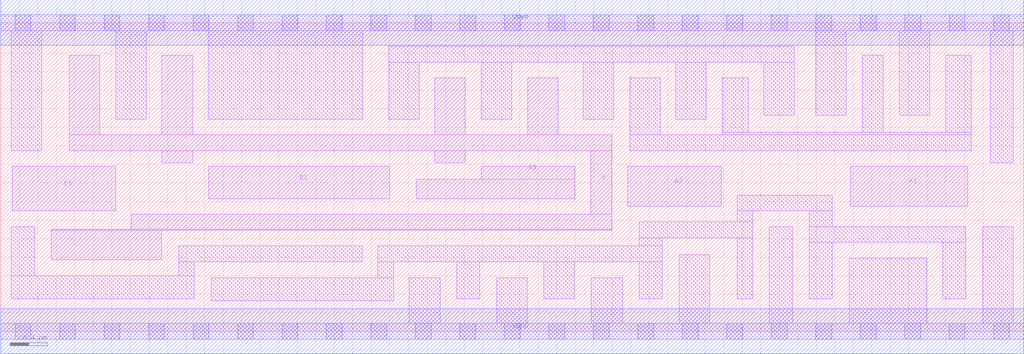
<source format=lef>
# Copyright 2020 The SkyWater PDK Authors
#
# Licensed under the Apache License, Version 2.0 (the "License");
# you may not use this file except in compliance with the License.
# You may obtain a copy of the License at
#
#     https://www.apache.org/licenses/LICENSE-2.0
#
# Unless required by applicable law or agreed to in writing, software
# distributed under the License is distributed on an "AS IS" BASIS,
# WITHOUT WARRANTIES OR CONDITIONS OF ANY KIND, either express or implied.
# See the License for the specific language governing permissions and
# limitations under the License.
#
# SPDX-License-Identifier: Apache-2.0

VERSION 5.7 ;
  NOWIREEXTENSIONATPIN ON ;
  DIVIDERCHAR "/" ;
  BUSBITCHARS "[]" ;
UNITS
  DATABASE MICRONS 200 ;
END UNITS
MACRO sky130_fd_sc_ls__o311ai_4
  CLASS CORE ;
  FOREIGN sky130_fd_sc_ls__o311ai_4 ;
  ORIGIN  0.000000  0.000000 ;
  SIZE  11.04000 BY  3.330000 ;
  SYMMETRY X Y ;
  SITE unit ;
  PIN A1
    ANTENNAGATEAREA  1.116000 ;
    DIRECTION INPUT ;
    USE SIGNAL ;
    PORT
      LAYER li1 ;
        RECT 9.165000 1.350000 10.435000 1.780000 ;
    END
  END A1
  PIN A2
    ANTENNAGATEAREA  1.116000 ;
    DIRECTION INPUT ;
    USE SIGNAL ;
    PORT
      LAYER li1 ;
        RECT 6.765000 1.350000 7.775000 1.780000 ;
    END
  END A2
  PIN A3
    ANTENNAGATEAREA  1.116000 ;
    DIRECTION INPUT ;
    USE SIGNAL ;
    PORT
      LAYER li1 ;
        RECT 4.485000 1.430000 6.195000 1.640000 ;
        RECT 5.185000 1.640000 6.195000 1.780000 ;
    END
  END A3
  PIN B1
    ANTENNAGATEAREA  0.780000 ;
    DIRECTION INPUT ;
    USE SIGNAL ;
    PORT
      LAYER li1 ;
        RECT 2.245000 1.430000 4.195000 1.780000 ;
    END
  END B1
  PIN C1
    ANTENNAGATEAREA  0.780000 ;
    DIRECTION INPUT ;
    USE SIGNAL ;
    PORT
      LAYER li1 ;
        RECT 0.125000 1.300000 1.240000 1.780000 ;
    END
  END C1
  PIN Y
    ANTENNADIFFAREA  2.271700 ;
    DIRECTION OUTPUT ;
    USE SIGNAL ;
    PORT
      LAYER li1 ;
        RECT 0.545000 0.770000 1.740000 1.090000 ;
        RECT 0.545000 1.090000 6.595000 1.100000 ;
        RECT 0.740000 1.950000 6.595000 2.120000 ;
        RECT 0.740000 2.120000 1.070000 2.980000 ;
        RECT 1.410000 1.100000 6.595000 1.260000 ;
        RECT 1.740000 1.820000 2.070000 1.950000 ;
        RECT 1.740000 2.120000 2.070000 2.980000 ;
        RECT 4.685000 1.820000 5.015000 1.950000 ;
        RECT 4.685000 2.120000 5.015000 2.735000 ;
        RECT 5.685000 2.120000 6.015000 2.735000 ;
        RECT 6.365000 1.260000 6.595000 1.950000 ;
    END
  END Y
  PIN VGND
    DIRECTION INOUT ;
    SHAPE ABUTMENT ;
    USE GROUND ;
    PORT
      LAYER met1 ;
        RECT 0.000000 -0.245000 11.040000 0.245000 ;
    END
  END VGND
  PIN VPWR
    DIRECTION INOUT ;
    SHAPE ABUTMENT ;
    USE POWER ;
    PORT
      LAYER met1 ;
        RECT 0.000000 3.085000 11.040000 3.575000 ;
    END
  END VPWR
  OBS
    LAYER li1 ;
      RECT  0.000000 -0.085000 11.040000 0.085000 ;
      RECT  0.000000  3.245000 11.040000 3.415000 ;
      RECT  0.115000  0.350000  2.090000 0.600000 ;
      RECT  0.115000  0.600000  0.365000 1.130000 ;
      RECT  0.115000  1.950000  0.445000 3.245000 ;
      RECT  1.240000  2.290000  1.570000 3.245000 ;
      RECT  1.920000  0.600000  2.090000 0.750000 ;
      RECT  1.920000  0.750000  3.900000 0.920000 ;
      RECT  2.240000  2.290000  3.905000 3.245000 ;
      RECT  2.270000  0.330000  4.240000 0.580000 ;
      RECT  4.070000  0.580000  4.240000 0.750000 ;
      RECT  4.070000  0.750000  7.140000 0.920000 ;
      RECT  4.185000  2.290000  4.515000 2.905000 ;
      RECT  4.185000  2.905000  8.565000 3.075000 ;
      RECT  4.410000  0.085000  4.740000 0.580000 ;
      RECT  4.920000  0.350000  5.170000 0.750000 ;
      RECT  5.185000  2.290000  5.515000 2.905000 ;
      RECT  5.350000  0.085000  5.680000 0.580000 ;
      RECT  5.860000  0.350000  6.190000 0.750000 ;
      RECT  6.285000  2.290000  6.615000 2.905000 ;
      RECT  6.370000  0.085000  6.710000 0.580000 ;
      RECT  6.785000  1.950000 10.475000 2.120000 ;
      RECT  6.785000  2.120000  7.115000 2.735000 ;
      RECT  6.890000  0.350000  7.140000 0.750000 ;
      RECT  6.890000  0.920000  7.140000 1.010000 ;
      RECT  6.890000  1.010000  8.115000 1.180000 ;
      RECT  7.285000  2.290000  7.615000 2.905000 ;
      RECT  7.320000  0.085000  7.650000 0.825000 ;
      RECT  7.785000  2.120000 10.475000 2.150000 ;
      RECT  7.785000  2.150000  8.065000 2.735000 ;
      RECT  7.945000  0.350000  8.115000 1.010000 ;
      RECT  7.945000  1.180000  8.115000 1.300000 ;
      RECT  7.945000  1.300000  8.975000 1.470000 ;
      RECT  8.235000  2.330000  8.565000 2.905000 ;
      RECT  8.295000  0.085000  8.545000 1.130000 ;
      RECT  8.725000  0.350000  8.975000 0.960000 ;
      RECT  8.725000  0.960000 10.415000 1.130000 ;
      RECT  8.725000  1.130000  8.975000 1.300000 ;
      RECT  8.795000  2.330000  9.125000 3.245000 ;
      RECT  9.155000  0.085000  9.995000 0.790000 ;
      RECT  9.295000  2.150000  9.525000 2.980000 ;
      RECT  9.695000  2.330000 10.025000 3.245000 ;
      RECT 10.165000  0.350000 10.415000 0.960000 ;
      RECT 10.195000  2.150000 10.475000 2.980000 ;
      RECT 10.595000  0.085000 10.925000 1.130000 ;
      RECT 10.675000  1.820000 10.925000 3.245000 ;
    LAYER mcon ;
      RECT  0.155000 -0.085000  0.325000 0.085000 ;
      RECT  0.155000  3.245000  0.325000 3.415000 ;
      RECT  0.635000 -0.085000  0.805000 0.085000 ;
      RECT  0.635000  3.245000  0.805000 3.415000 ;
      RECT  1.115000 -0.085000  1.285000 0.085000 ;
      RECT  1.115000  3.245000  1.285000 3.415000 ;
      RECT  1.595000 -0.085000  1.765000 0.085000 ;
      RECT  1.595000  3.245000  1.765000 3.415000 ;
      RECT  2.075000 -0.085000  2.245000 0.085000 ;
      RECT  2.075000  3.245000  2.245000 3.415000 ;
      RECT  2.555000 -0.085000  2.725000 0.085000 ;
      RECT  2.555000  3.245000  2.725000 3.415000 ;
      RECT  3.035000 -0.085000  3.205000 0.085000 ;
      RECT  3.035000  3.245000  3.205000 3.415000 ;
      RECT  3.515000 -0.085000  3.685000 0.085000 ;
      RECT  3.515000  3.245000  3.685000 3.415000 ;
      RECT  3.995000 -0.085000  4.165000 0.085000 ;
      RECT  3.995000  3.245000  4.165000 3.415000 ;
      RECT  4.475000 -0.085000  4.645000 0.085000 ;
      RECT  4.475000  3.245000  4.645000 3.415000 ;
      RECT  4.955000 -0.085000  5.125000 0.085000 ;
      RECT  4.955000  3.245000  5.125000 3.415000 ;
      RECT  5.435000 -0.085000  5.605000 0.085000 ;
      RECT  5.435000  3.245000  5.605000 3.415000 ;
      RECT  5.915000 -0.085000  6.085000 0.085000 ;
      RECT  5.915000  3.245000  6.085000 3.415000 ;
      RECT  6.395000 -0.085000  6.565000 0.085000 ;
      RECT  6.395000  3.245000  6.565000 3.415000 ;
      RECT  6.875000 -0.085000  7.045000 0.085000 ;
      RECT  6.875000  3.245000  7.045000 3.415000 ;
      RECT  7.355000 -0.085000  7.525000 0.085000 ;
      RECT  7.355000  3.245000  7.525000 3.415000 ;
      RECT  7.835000 -0.085000  8.005000 0.085000 ;
      RECT  7.835000  3.245000  8.005000 3.415000 ;
      RECT  8.315000 -0.085000  8.485000 0.085000 ;
      RECT  8.315000  3.245000  8.485000 3.415000 ;
      RECT  8.795000 -0.085000  8.965000 0.085000 ;
      RECT  8.795000  3.245000  8.965000 3.415000 ;
      RECT  9.275000 -0.085000  9.445000 0.085000 ;
      RECT  9.275000  3.245000  9.445000 3.415000 ;
      RECT  9.755000 -0.085000  9.925000 0.085000 ;
      RECT  9.755000  3.245000  9.925000 3.415000 ;
      RECT 10.235000 -0.085000 10.405000 0.085000 ;
      RECT 10.235000  3.245000 10.405000 3.415000 ;
      RECT 10.715000 -0.085000 10.885000 0.085000 ;
      RECT 10.715000  3.245000 10.885000 3.415000 ;
  END
END sky130_fd_sc_ls__o311ai_4
END LIBRARY

</source>
